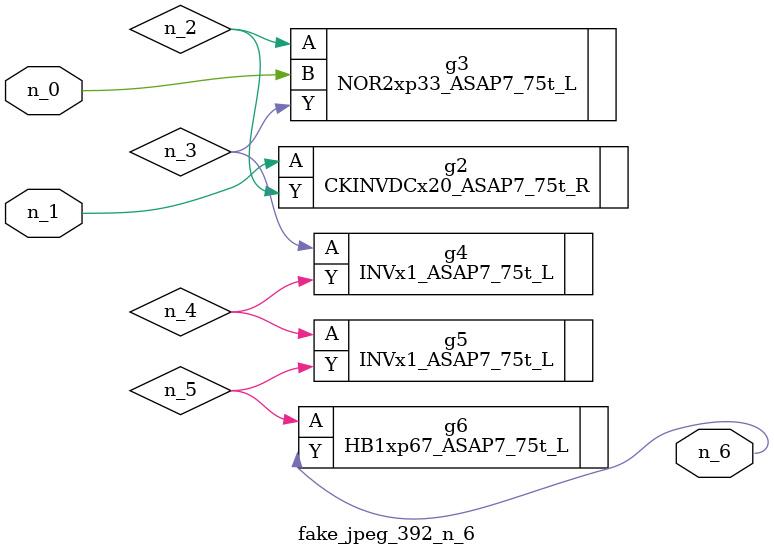
<source format=v>
module fake_jpeg_392_n_6 (n_0, n_1, n_6);

input n_0;
input n_1;

output n_6;

wire n_2;
wire n_3;
wire n_4;
wire n_5;

CKINVDCx20_ASAP7_75t_R g2 ( 
.A(n_1),
.Y(n_2)
);

NOR2xp33_ASAP7_75t_L g3 ( 
.A(n_2),
.B(n_0),
.Y(n_3)
);

INVx1_ASAP7_75t_L g4 ( 
.A(n_3),
.Y(n_4)
);

INVx1_ASAP7_75t_L g5 ( 
.A(n_4),
.Y(n_5)
);

HB1xp67_ASAP7_75t_L g6 ( 
.A(n_5),
.Y(n_6)
);


endmodule
</source>
